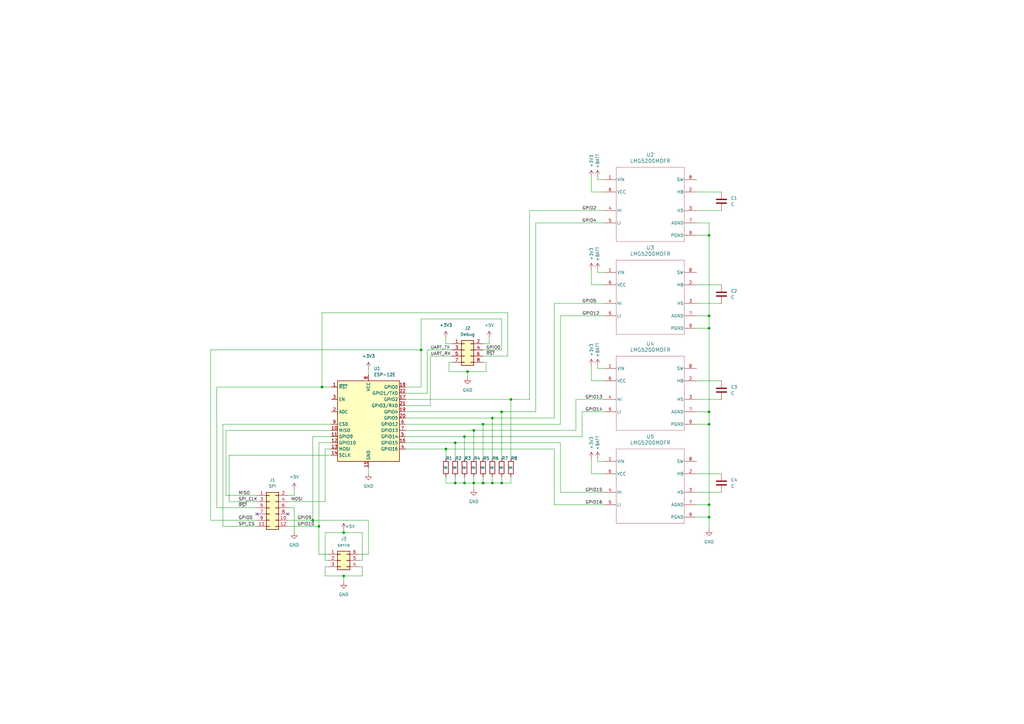
<source format=kicad_sch>
(kicad_sch (version 20230121) (generator eeschema)
  (paper "A3")
  (lib_symbols
    (symbol "Connector_Generic:Conn_02x03_Counter_Clockwise" (pin_names (offset 1.016) hide)
      (property "Reference" "J" (at 1.27 5.08 0))
      (property "Value" "Conn_02x03_Counter_Clockwise" (at 1.27 -5.08 0))
      (symbol "Conn_02x03_Counter_Clockwise_1_1"
        (rectangle (start -1.27 -2.413) (end 0 -2.667) (stroke (width 0.1524)))
        (rectangle (start -1.27 0.127) (end 0 -0.127) (stroke (width 0.1524)))
        (rectangle (start -1.27 2.667) (end 0 2.413) (stroke (width 0.1524)))
        (rectangle (start -1.27 3.81) (end 3.81 -3.81) (stroke (width 0.254)) (fill (type background)))
        (rectangle (start 3.81 -2.413) (end 2.54 -2.667) (stroke (width 0.1524)))
        (rectangle (start 3.81 0.127) (end 2.54 -0.127) (stroke (width 0.1524)))
        (rectangle (start 3.81 2.667) (end 2.54 2.413) (stroke (width 0.1524)))
        (pin passive line (at -5.08 2.54 0) (length 3.81) (name "Pin_1") (number "1"))
        (pin passive line (at -5.08 0 0) (length 3.81) (name "Pin_2") (number "2"))
        (pin passive line (at -5.08 -2.54 0) (length 3.81) (name "Pin_3") (number "3"))
        (pin passive line (at 7.62 -2.54 180) (length 3.81) (name "Pin_4") (number "4"))
        (pin passive line (at 7.62 0 180) (length 3.81) (name "Pin_5") (number "5"))
        (pin passive line (at 7.62 2.54 180) (length 3.81) (name "Pin_6") (number "6"))
      )
    )
    (symbol "Connector_Generic:Conn_02x04_Odd_Even" (pin_names (offset 1.016) hide)
      (property "Reference" "J" (at 1.27 5.08 0))
      (property "Value" "Conn_02x04_Odd_Even" (at 1.27 -7.62 0))
      (symbol "Conn_02x04_Odd_Even_1_1"
        (rectangle (start -1.27 -4.953) (end 0 -5.207) (stroke (width 0.1524)))
        (rectangle (start -1.27 -2.413) (end 0 -2.667) (stroke (width 0.1524)))
        (rectangle (start -1.27 0.127) (end 0 -0.127) (stroke (width 0.1524)))
        (rectangle (start -1.27 2.667) (end 0 2.413) (stroke (width 0.1524)))
        (rectangle (start -1.27 3.81) (end 3.81 -6.35) (stroke (width 0.254)) (fill (type background)))
        (rectangle (start 3.81 -4.953) (end 2.54 -5.207) (stroke (width 0.1524)))
        (rectangle (start 3.81 -2.413) (end 2.54 -2.667) (stroke (width 0.1524)))
        (rectangle (start 3.81 0.127) (end 2.54 -0.127) (stroke (width 0.1524)))
        (rectangle (start 3.81 2.667) (end 2.54 2.413) (stroke (width 0.1524)))
        (pin passive line (at -5.08 2.54 0) (length 3.81) (name "Pin_1") (number "1"))
        (pin passive line (at 7.62 2.54 180) (length 3.81) (name "Pin_2") (number "2"))
        (pin passive line (at -5.08 0 0) (length 3.81) (name "Pin_3") (number "3"))
        (pin passive line (at 7.62 0 180) (length 3.81) (name "Pin_4") (number "4"))
        (pin passive line (at -5.08 -2.54 0) (length 3.81) (name "Pin_5") (number "5"))
        (pin passive line (at 7.62 -2.54 180) (length 3.81) (name "Pin_6") (number "6"))
        (pin passive line (at -5.08 -5.08 0) (length 3.81) (name "Pin_7") (number "7"))
        (pin passive line (at 7.62 -5.08 180) (length 3.81) (name "Pin_8") (number "8"))
      )
    )
    (symbol "Connector_Generic:Conn_02x06_Odd_Even" (pin_names (offset 1.016) hide)
      (property "Reference" "J" (at 1.27 7.62 0))
      (property "Value" "Conn_02x06_Odd_Even" (at 1.27 -10.16 0))
      (symbol "Conn_02x06_Odd_Even_1_1"
        (rectangle (start -1.27 -7.493) (end 0 -7.747) (stroke (width 0.1524)))
        (rectangle (start -1.27 -4.953) (end 0 -5.207) (stroke (width 0.1524)))
        (rectangle (start -1.27 -2.413) (end 0 -2.667) (stroke (width 0.1524)))
        (rectangle (start -1.27 0.127) (end 0 -0.127) (stroke (width 0.1524)))
        (rectangle (start -1.27 2.667) (end 0 2.413) (stroke (width 0.1524)))
        (rectangle (start -1.27 5.207) (end 0 4.953) (stroke (width 0.1524)))
        (rectangle (start -1.27 6.35) (end 3.81 -8.89) (stroke (width 0.254)) (fill (type background)))
        (rectangle (start 3.81 -7.493) (end 2.54 -7.747) (stroke (width 0.1524)))
        (rectangle (start 3.81 -4.953) (end 2.54 -5.207) (stroke (width 0.1524)))
        (rectangle (start 3.81 -2.413) (end 2.54 -2.667) (stroke (width 0.1524)))
        (rectangle (start 3.81 0.127) (end 2.54 -0.127) (stroke (width 0.1524)))
        (rectangle (start 3.81 2.667) (end 2.54 2.413) (stroke (width 0.1524)))
        (rectangle (start 3.81 5.207) (end 2.54 4.953) (stroke (width 0.1524)))
        (pin passive line (at -5.08 5.08 0) (length 3.81) (name "Pin_1") (number "1"))
        (pin passive line (at 7.62 -5.08 180) (length 3.81) (name "Pin_10") (number "10"))
        (pin passive line (at -5.08 -7.62 0) (length 3.81) (name "Pin_11") (number "11"))
        (pin passive line (at 7.62 -7.62 180) (length 3.81) (name "Pin_12") (number "12"))
        (pin passive line (at 7.62 5.08 180) (length 3.81) (name "Pin_2") (number "2"))
        (pin passive line (at -5.08 2.54 0) (length 3.81) (name "Pin_3") (number "3"))
        (pin passive line (at 7.62 2.54 180) (length 3.81) (name "Pin_4") (number "4"))
        (pin passive line (at -5.08 0 0) (length 3.81) (name "Pin_5") (number "5"))
        (pin passive line (at 7.62 0 180) (length 3.81) (name "Pin_6") (number "6"))
        (pin passive line (at -5.08 -2.54 0) (length 3.81) (name "Pin_7") (number "7"))
        (pin passive line (at 7.62 -2.54 180) (length 3.81) (name "Pin_8") (number "8"))
        (pin passive line (at -5.08 -5.08 0) (length 3.81) (name "Pin_9") (number "9"))
      )
    )
    (symbol "Device:C" (pin_numbers hide) (pin_names (offset 0.254))
      (property "Reference" "C" (at 0.635 2.54 0))
      (property "Value" "C" (at 0.635 -2.54 0))
      (symbol "C_0_1"
        (polyline (pts (xy -2.032 -0.762) (xy 2.032 -0.762)) (stroke (width 0.508)))
        (polyline (pts (xy -2.032 0.762) (xy 2.032 0.762)) (stroke (width 0.508)))
      )
      (symbol "C_1_1"
        (pin passive line (at 0 3.81 270) (length 2.794) (name "~") (number "1"))
        (pin passive line (at 0 -3.81 90) (length 2.794) (name "~") (number "2"))
      )
    )
    (symbol "Device:R" (pin_numbers hide) (pin_names (offset 0))
      (property "Reference" "R" (at 2.032 0 90))
      (property "Value" "R" (at 0 0 90))
      (symbol "R_0_1"
        (rectangle (start -1.016 -2.54) (end 1.016 2.54) (stroke (width 0.254)))
      )
      (symbol "R_1_1"
        (pin passive line (at 0 3.81 270) (length 1.27) (name "~") (number "1"))
        (pin passive line (at 0 -3.81 90) (length 1.27) (name "~") (number "2"))
      )
    )
    (symbol "LMG5200:LMG5200MOFR" (pin_names (offset 0.254))
      (property "Reference" "U" (at 0 2.54 0))
      (property "Value" "LMG5200MOFR" (at 0 0 0))
      (symbol "LMG5200MOFR_0_1"
        (polyline (pts (xy -12.7 -15.24) (xy 15.24 -15.24)) (stroke (width 0.1016)))
        (polyline (pts (xy -12.7 15.24) (xy -12.7 -15.24)) (stroke (width 0.1016)))
        (polyline (pts (xy 15.24 -15.24) (xy 15.24 15.24)) (stroke (width 0.1016)))
        (polyline (pts (xy 15.24 15.24) (xy -12.7 15.24)) (stroke (width 0.1016)))
        (pin power_in line (at -17.78 10.16 0) (length 5.08) (name "VIN") (number "1"))
        (pin power_in line (at 20.32 5.08 180) (length 5.08) (name "HB") (number "2"))
        (pin power_in line (at 20.32 -2.54 180) (length 5.08) (name "HS") (number "3"))
        (pin input line (at -17.78 -2.54 0) (length 5.08) (name "HI") (number "4"))
        (pin input line (at -17.78 -7.62 0) (length 5.08) (name "LI") (number "5"))
        (pin power_in line (at -17.78 5.08 0) (length 5.08) (name "VCC") (number "6"))
        (pin power_in line (at 20.32 -7.62 180) (length 5.08) (name "AGND") (number "7"))
        (pin power_in line (at 20.32 10.16 180) (length 5.08) (name "SW") (number "8"))
        (pin power_in line (at 20.32 -12.7 180) (length 5.08) (name "PGND") (number "9"))
      )
    )
    (symbol "RF_Module:ESP-12E"
      (property "Reference" "U" (at -12.7 19.05 0))
      (property "Value" "ESP-12E" (at 12.7 19.05 0))
      (symbol "ESP-12E_0_1"
        (rectangle (start -12.7 17.78) (end 12.7 -15.24) (stroke (width 0.254)) (fill (type background)))
      )
      (symbol "ESP-12E_1_1"
        (pin input line (at -15.24 15.24 0) (length 2.54) (name "~{RST}") (number "1"))
        (pin bidirectional line (at -15.24 -2.54 0) (length 2.54) (name "MISO") (number "10"))
        (pin bidirectional line (at -15.24 -5.08 0) (length 2.54) (name "GPIO9") (number "11"))
        (pin bidirectional line (at -15.24 -7.62 0) (length 2.54) (name "GPIO10") (number "12"))
        (pin bidirectional line (at -15.24 -10.16 0) (length 2.54) (name "MOSI") (number "13"))
        (pin bidirectional line (at -15.24 -12.7 0) (length 2.54) (name "SCLK") (number "14"))
        (pin power_in line (at 0 -17.78 90) (length 2.54) (name "GND") (number "15"))
        (pin bidirectional line (at 15.24 -7.62 180) (length 2.54) (name "GPIO15") (number "16"))
        (pin bidirectional line (at 15.24 10.16 180) (length 2.54) (name "GPIO2") (number "17"))
        (pin bidirectional line (at 15.24 15.24 180) (length 2.54) (name "GPIO0") (number "18"))
        (pin bidirectional line (at 15.24 5.08 180) (length 2.54) (name "GPIO4") (number "19"))
        (pin input line (at -15.24 5.08 0) (length 2.54) (name "ADC") (number "2"))
        (pin bidirectional line (at 15.24 2.54 180) (length 2.54) (name "GPIO5") (number "20"))
        (pin bidirectional line (at 15.24 7.62 180) (length 2.54) (name "GPIO3/RXD") (number "21"))
        (pin bidirectional line (at 15.24 12.7 180) (length 2.54) (name "GPIO1/TXD") (number "22"))
        (pin input line (at -15.24 10.16 0) (length 2.54) (name "EN") (number "3"))
        (pin bidirectional line (at 15.24 -10.16 180) (length 2.54) (name "GPIO16") (number "4"))
        (pin bidirectional line (at 15.24 -5.08 180) (length 2.54) (name "GPIO14") (number "5"))
        (pin bidirectional line (at 15.24 0 180) (length 2.54) (name "GPIO12") (number "6"))
        (pin bidirectional line (at 15.24 -2.54 180) (length 2.54) (name "GPIO13") (number "7"))
        (pin power_in line (at 0 20.32 270) (length 2.54) (name "VCC") (number "8"))
        (pin input line (at -15.24 0 0) (length 2.54) (name "CS0") (number "9"))
      )
    )
    (symbol "power:+3V3" (power) (pin_names (offset 0))
      (property "Value" "+3V3" (at 0 3.556 0))
      (symbol "+3V3_0_1"
        (polyline (pts (xy -0.762 1.27) (xy 0 2.54)))
        (polyline (pts (xy 0 0) (xy 0 2.54)))
        (polyline (pts (xy 0 2.54) (xy 0.762 1.27)))
      )
      (symbol "+3V3_1_1"
        (pin power_in line (at 0 0 90) (length 0) hide (name "+3V3") (number "1"))
      )
    )
    (symbol "power:+5V" (power) (pin_names (offset 0))
      (property "Value" "+5V" (at 0 3.556 0))
      (symbol "+5V_0_1"
        (polyline (pts (xy -0.762 1.27) (xy 0 2.54)))
        (polyline (pts (xy 0 0) (xy 0 2.54)))
        (polyline (pts (xy 0 2.54) (xy 0.762 1.27)))
      )
      (symbol "+5V_1_1"
        (pin power_in line (at 0 0 90) (length 0) hide (name "+5V") (number "1"))
      )
    )
    (symbol "power:+BATT" (power) (pin_names (offset 0))
      (property "Value" "+BATT" (at 0 3.556 0))
      (symbol "+BATT_0_1"
        (polyline (pts (xy -0.762 1.27) (xy 0 2.54)))
        (polyline (pts (xy 0 0) (xy 0 2.54)))
        (polyline (pts (xy 0 2.54) (xy 0.762 1.27)))
      )
      (symbol "+BATT_1_1"
        (pin power_in line (at 0 0 90) (length 0) hide (name "+BATT") (number "1"))
      )
    )
    (symbol "power:GND" (power) (pin_names (offset 0))
      (property "Value" "GND" (at 0 -3.81 0))
      (symbol "GND_0_1"
        (polyline (pts (xy 0 0) (xy 0 -1.27) (xy 1.27 -1.27) (xy 0 -2.54) (xy -1.27 -1.27) (xy 0 -1.27)))
      )
      (symbol "GND_1_1"
        (pin power_in line (at 0 0 270) (length 0) hide (name "GND") (number "1"))
      )
    )
  )
  (junction (at 290.83 207.01))
  (junction (at 190.5 198.12))
  (junction (at 201.93 171.45))
  (junction (at 290.83 168.91))
  (junction (at 290.83 134.62))
  (junction (at 186.69 198.12))
  (junction (at 201.93 198.12))
  (junction (at 209.55 163.83))
  (junction (at 290.83 212.09))
  (junction (at 172.72 143.51))
  (junction (at 130.81 215.9))
  (junction (at 290.83 129.54))
  (junction (at 140.97 218.44))
  (junction (at 140.97 236.22))
  (junction (at 290.83 96.52))
  (junction (at 182.88 184.15))
  (junction (at 198.12 198.12))
  (junction (at 190.5 179.07))
  (junction (at 191.77 152.4))
  (junction (at 198.12 173.99))
  (junction (at 290.83 173.99))
  (junction (at 132.08 158.75))
  (junction (at 205.74 168.91))
  (junction (at 194.31 176.53))
  (junction (at 186.69 181.61))
  (junction (at 128.27 213.36))
  (junction (at 194.31 198.12))
  (junction (at 205.74 198.12))
  (no_connect (at 118.11 210.82))
  (no_connect (at 105.41 210.82))
  (wire (pts (xy 285.75 168.91) (xy 290.83 168.91)))
  (wire (pts (xy 88.9 208.28) (xy 88.9 158.75)))
  (wire (pts (xy 245.11 72.39) (xy 245.11 73.66)))
  (wire (pts (xy 285.75 173.99) (xy 290.83 173.99)))
  (wire (pts (xy 147.32 229.87) (xy 148.59 229.87)))
  (wire (pts (xy 133.35 229.87) (xy 134.62 229.87)))
  (wire (pts (xy 205.74 195.58) (xy 205.74 198.12)))
  (wire (pts (xy 140.97 236.22) (xy 140.97 238.76)))
  (wire (pts (xy 176.53 166.37) (xy 166.37 166.37)))
  (wire (pts (xy 175.26 143.51) (xy 175.26 161.29)))
  (wire (pts (xy 148.59 218.44) (xy 140.97 218.44)))
  (wire (pts (xy 120.65 218.44) (xy 120.65 208.28)))
  (wire (pts (xy 205.74 168.91) (xy 205.74 187.96)))
  (wire (pts (xy 130.81 181.61) (xy 130.81 215.9)))
  (wire (pts (xy 198.12 173.99) (xy 166.37 173.99)))
  (wire (pts (xy 135.89 173.99) (xy 91.44 173.99)))
  (wire (pts (xy 245.11 110.49) (xy 245.11 111.76)))
  (wire (pts (xy 105.41 203.2) (xy 92.71 203.2)))
  (wire (pts (xy 166.37 171.45) (xy 201.93 171.45)))
  (wire (pts (xy 194.31 198.12) (xy 198.12 198.12)))
  (wire (pts (xy 105.41 205.74) (xy 93.98 205.74)))
  (wire (pts (xy 245.11 189.23) (xy 247.65 189.23)))
  (wire (pts (xy 236.22 163.83) (xy 247.65 163.83)))
  (wire (pts (xy 182.88 195.58) (xy 182.88 198.12)))
  (wire (pts (xy 247.65 168.91) (xy 238.76 168.91)))
  (wire (pts (xy 135.89 181.61) (xy 130.81 181.61)))
  (wire (pts (xy 190.5 179.07) (xy 166.37 179.07)))
  (wire (pts (xy 88.9 158.75) (xy 132.08 158.75)))
  (wire (pts (xy 148.59 236.22) (xy 140.97 236.22)))
  (wire (pts (xy 285.75 116.84) (xy 295.91 116.84)))
  (wire (pts (xy 135.89 176.53) (xy 92.71 176.53)))
  (wire (pts (xy 227.33 207.01) (xy 227.33 184.15)))
  (wire (pts (xy 166.37 176.53) (xy 194.31 176.53)))
  (wire (pts (xy 201.93 171.45) (xy 201.93 187.96)))
  (wire (pts (xy 186.69 181.61) (xy 186.69 187.96)))
  (wire (pts (xy 176.53 146.05) (xy 176.53 166.37)))
  (wire (pts (xy 172.72 143.51) (xy 86.36 143.51)))
  (wire (pts (xy 175.26 143.51) (xy 185.42 143.51)))
  (wire (pts (xy 176.53 146.05) (xy 185.42 146.05)))
  (wire (pts (xy 245.11 151.13) (xy 247.65 151.13)))
  (wire (pts (xy 151.13 227.33) (xy 147.32 227.33)))
  (wire (pts (xy 199.39 152.4) (xy 199.39 148.59)))
  (wire (pts (xy 120.65 203.2) (xy 118.11 203.2)))
  (wire (pts (xy 182.88 184.15) (xy 182.88 187.96)))
  (wire (pts (xy 229.87 173.99) (xy 198.12 173.99)))
  (wire (pts (xy 148.59 236.22) (xy 148.59 232.41)))
  (wire (pts (xy 205.74 168.91) (xy 166.37 168.91)))
  (wire (pts (xy 209.55 163.83) (xy 209.55 187.96)))
  (wire (pts (xy 133.35 232.41) (xy 133.35 236.22)))
  (wire (pts (xy 236.22 176.53) (xy 236.22 163.83)))
  (wire (pts (xy 242.57 110.49) (xy 242.57 116.84)))
  (wire (pts (xy 242.57 72.39) (xy 242.57 78.74)))
  (wire (pts (xy 128.27 213.36) (xy 128.27 179.07)))
  (wire (pts (xy 290.83 212.09) (xy 290.83 217.17)))
  (wire (pts (xy 285.75 201.93) (xy 295.91 201.93)))
  (wire (pts (xy 219.71 168.91) (xy 205.74 168.91)))
  (wire (pts (xy 133.35 236.22) (xy 140.97 236.22)))
  (wire (pts (xy 227.33 184.15) (xy 182.88 184.15)))
  (wire (pts (xy 151.13 151.13) (xy 151.13 153.67)))
  (wire (pts (xy 290.83 207.01) (xy 290.83 212.09)))
  (wire (pts (xy 118.11 213.36) (xy 128.27 213.36)))
  (wire (pts (xy 182.88 198.12) (xy 186.69 198.12)))
  (wire (pts (xy 242.57 116.84) (xy 247.65 116.84)))
  (wire (pts (xy 148.59 229.87) (xy 148.59 218.44)))
  (wire (pts (xy 185.42 140.97) (xy 182.88 140.97)))
  (wire (pts (xy 135.89 158.75) (xy 132.08 158.75)))
  (wire (pts (xy 184.15 152.4) (xy 191.77 152.4)))
  (wire (pts (xy 247.65 207.01) (xy 227.33 207.01)))
  (wire (pts (xy 290.83 129.54) (xy 290.83 134.62)))
  (wire (pts (xy 186.69 181.61) (xy 229.87 181.61)))
  (wire (pts (xy 93.98 186.69) (xy 135.89 186.69)))
  (wire (pts (xy 93.98 205.74) (xy 93.98 186.69)))
  (wire (pts (xy 245.11 111.76) (xy 247.65 111.76)))
  (wire (pts (xy 201.93 195.58) (xy 201.93 198.12)))
  (wire (pts (xy 198.12 173.99) (xy 198.12 187.96)))
  (wire (pts (xy 198.12 143.51) (xy 205.74 143.51)))
  (wire (pts (xy 166.37 163.83) (xy 209.55 163.83)))
  (wire (pts (xy 172.72 158.75) (xy 172.72 143.51)))
  (wire (pts (xy 290.83 134.62) (xy 290.83 168.91)))
  (wire (pts (xy 227.33 171.45) (xy 227.33 124.46)))
  (wire (pts (xy 86.36 213.36) (xy 105.41 213.36)))
  (wire (pts (xy 285.75 129.54) (xy 290.83 129.54)))
  (wire (pts (xy 285.75 96.52) (xy 290.83 96.52)))
  (wire (pts (xy 190.5 179.07) (xy 190.5 187.96)))
  (wire (pts (xy 285.75 134.62) (xy 290.83 134.62)))
  (wire (pts (xy 242.57 187.96) (xy 242.57 194.31)))
  (wire (pts (xy 151.13 191.77) (xy 151.13 194.31)))
  (wire (pts (xy 184.15 148.59) (xy 184.15 152.4)))
  (wire (pts (xy 199.39 152.4) (xy 191.77 152.4)))
  (wire (pts (xy 227.33 124.46) (xy 247.65 124.46)))
  (wire (pts (xy 201.93 198.12) (xy 205.74 198.12)))
  (wire (pts (xy 120.65 208.28) (xy 118.11 208.28)))
  (wire (pts (xy 201.93 171.45) (xy 227.33 171.45)))
  (wire (pts (xy 208.28 128.27) (xy 208.28 146.05)))
  (wire (pts (xy 285.75 91.44) (xy 290.83 91.44)))
  (wire (pts (xy 285.75 78.74) (xy 295.91 78.74)))
  (wire (pts (xy 209.55 198.12) (xy 209.55 195.58)))
  (wire (pts (xy 182.88 138.43) (xy 182.88 140.97)))
  (wire (pts (xy 194.31 176.53) (xy 236.22 176.53)))
  (wire (pts (xy 219.71 91.44) (xy 219.71 168.91)))
  (wire (pts (xy 140.97 217.17) (xy 140.97 218.44)))
  (wire (pts (xy 245.11 73.66) (xy 247.65 73.66)))
  (wire (pts (xy 166.37 181.61) (xy 186.69 181.61)))
  (wire (pts (xy 208.28 128.27) (xy 132.08 128.27)))
  (wire (pts (xy 91.44 173.99) (xy 91.44 215.9)))
  (wire (pts (xy 229.87 181.61) (xy 229.87 201.93)))
  (wire (pts (xy 128.27 179.07) (xy 135.89 179.07)))
  (wire (pts (xy 245.11 187.96) (xy 245.11 189.23)))
  (wire (pts (xy 238.76 179.07) (xy 190.5 179.07)))
  (wire (pts (xy 186.69 198.12) (xy 190.5 198.12)))
  (wire (pts (xy 200.66 140.97) (xy 198.12 140.97)))
  (wire (pts (xy 198.12 195.58) (xy 198.12 198.12)))
  (wire (pts (xy 172.72 130.81) (xy 172.72 143.51)))
  (wire (pts (xy 190.5 195.58) (xy 190.5 198.12)))
  (wire (pts (xy 242.57 149.86) (xy 242.57 156.21)))
  (wire (pts (xy 217.17 86.36) (xy 247.65 86.36)))
  (wire (pts (xy 190.5 198.12) (xy 194.31 198.12)))
  (wire (pts (xy 92.71 176.53) (xy 92.71 203.2)))
  (wire (pts (xy 172.72 158.75) (xy 166.37 158.75)))
  (wire (pts (xy 140.97 218.44) (xy 133.35 218.44)))
  (wire (pts (xy 194.31 198.12) (xy 194.31 200.66)))
  (wire (pts (xy 105.41 208.28) (xy 88.9 208.28)))
  (wire (pts (xy 118.11 205.74) (xy 133.35 205.74)))
  (wire (pts (xy 120.65 200.66) (xy 120.65 203.2)))
  (wire (pts (xy 205.74 130.81) (xy 172.72 130.81)))
  (wire (pts (xy 242.57 78.74) (xy 247.65 78.74)))
  (wire (pts (xy 290.83 173.99) (xy 290.83 207.01)))
  (wire (pts (xy 91.44 215.9) (xy 105.41 215.9)))
  (wire (pts (xy 134.62 227.33) (xy 130.81 227.33)))
  (wire (pts (xy 128.27 213.36) (xy 151.13 213.36)))
  (wire (pts (xy 205.74 198.12) (xy 209.55 198.12)))
  (wire (pts (xy 247.65 91.44) (xy 219.71 91.44)))
  (wire (pts (xy 208.28 146.05) (xy 198.12 146.05)))
  (wire (pts (xy 285.75 163.83) (xy 295.91 163.83)))
  (wire (pts (xy 198.12 198.12) (xy 201.93 198.12)))
  (wire (pts (xy 182.88 184.15) (xy 166.37 184.15)))
  (wire (pts (xy 217.17 163.83) (xy 217.17 86.36)))
  (wire (pts (xy 285.75 124.46) (xy 295.91 124.46)))
  (wire (pts (xy 205.74 143.51) (xy 205.74 130.81)))
  (wire (pts (xy 147.32 232.41) (xy 148.59 232.41)))
  (wire (pts (xy 290.83 91.44) (xy 290.83 96.52)))
  (wire (pts (xy 151.13 213.36) (xy 151.13 227.33)))
  (wire (pts (xy 247.65 129.54) (xy 229.87 129.54)))
  (wire (pts (xy 132.08 128.27) (xy 132.08 158.75)))
  (wire (pts (xy 285.75 207.01) (xy 290.83 207.01)))
  (wire (pts (xy 285.75 212.09) (xy 290.83 212.09)))
  (wire (pts (xy 184.15 148.59) (xy 185.42 148.59)))
  (wire (pts (xy 290.83 168.91) (xy 290.83 173.99)))
  (wire (pts (xy 242.57 194.31) (xy 247.65 194.31)))
  (wire (pts (xy 242.57 156.21) (xy 247.65 156.21)))
  (wire (pts (xy 238.76 168.91) (xy 238.76 179.07)))
  (wire (pts (xy 191.77 152.4) (xy 191.77 154.94)))
  (wire (pts (xy 285.75 156.21) (xy 295.91 156.21)))
  (wire (pts (xy 285.75 194.31) (xy 295.91 194.31)))
  (wire (pts (xy 245.11 149.86) (xy 245.11 151.13)))
  (wire (pts (xy 229.87 129.54) (xy 229.87 173.99)))
  (wire (pts (xy 285.75 86.36) (xy 295.91 86.36)))
  (wire (pts (xy 133.35 184.15) (xy 135.89 184.15)))
  (wire (pts (xy 186.69 195.58) (xy 186.69 198.12)))
  (wire (pts (xy 133.35 218.44) (xy 133.35 229.87)))
  (wire (pts (xy 130.81 227.33) (xy 130.81 215.9)))
  (wire (pts (xy 133.35 205.74) (xy 133.35 184.15)))
  (wire (pts (xy 200.66 138.43) (xy 200.66 140.97)))
  (wire (pts (xy 199.39 148.59) (xy 198.12 148.59)))
  (wire (pts (xy 130.81 215.9) (xy 118.11 215.9)))
  (wire (pts (xy 194.31 195.58) (xy 194.31 198.12)))
  (wire (pts (xy 194.31 176.53) (xy 194.31 187.96)))
  (wire (pts (xy 166.37 161.29) (xy 175.26 161.29)))
  (wire (pts (xy 133.35 232.41) (xy 134.62 232.41)))
  (wire (pts (xy 229.87 201.93) (xy 247.65 201.93)))
  (wire (pts (xy 290.83 96.52) (xy 290.83 129.54)))
  (wire (pts (xy 86.36 143.51) (xy 86.36 213.36)))
  (wire (pts (xy 209.55 163.83) (xy 217.17 163.83)))
  (label "SPI_CS" (at 97.79 215.9 0))
  (label "GPIO14" (at 240.03 168.91 0))
  (label "~{RST}" (at 199.39 146.05 0))
  (label "UART_RX" (at 176.53 146.05 0))
  (label "MOSI" (at 119.38 205.74 0))
  (label "GPIO5" (at 238.76 124.46 0))
  (label "GPIO15" (at 240.03 201.93 0))
  (label "GPIO12" (at 238.7909 129.54 0))
  (label "GPIO13" (at 240.03 163.83 0))
  (label "UART_TX" (at 176.53 143.51 0))
  (label "SPI_CLK" (at 97.79 205.74 0))
  (label "GPIO16" (at 240.03 207.01 0))
  (label "GPIO2" (at 238.76 86.36 0))
  (label "~{RST}" (at 97.79 208.28 0))
  (label "MISO" (at 97.79 203.2 0))
  (label "GPIO4" (at 238.76 91.44 0))
  (label "GPIO9" (at 121.92 213.36 0))
  (label "GPIO10" (at 121.92 215.9 0))
  (label "GPIO0" (at 199.39 143.51 0))
  (label "GPIO0" (at 97.79 213.36 0))
  (symbol (lib_id "power:+3V3") (at 182.88 138.43 0) (unit 1)
    (property "Reference" "#PWR05" (effects hide))
    (property "Value" "+3V3" (at 182.88 133.35 0))
  )
  (symbol (lib_id "Device:R") (at 182.88 191.77 0) (unit 1)
    (property "Reference" "R1" (at 182.88 187.96 0) (effects (justify left)))
    (property "Value" "R" (at 182.88 191.77 90))
  )
  (symbol (lib_id "power:GND") (at 120.65 218.44 0) (unit 1)
    (property "Reference" "#PWR02" (effects hide))
    (property "Value" "GND" (at 120.65 223.52 0))
  )
  (symbol (lib_id "power:+3V3") (at 242.57 149.86 0) (unit 1)
    (property "Reference" "#PWR011" (effects hide))
    (property "Value" "+3V3" (at 242.57 143.51 90))
  )
  (symbol (lib_id "power:+BATT") (at 245.11 149.86 0) (unit 1)
    (property "Reference" "#PWR015" (effects hide))
    (property "Value" "+BATT" (at 245.11 143.51 90))
  )
  (symbol (lib_id "Device:C") (at 295.91 160.02 0) (unit 1)
    (property "Reference" "C3" (at 299.72 158.75 0) (effects (justify left)))
    (property "Value" "C" (at 299.72 161.29 0) (effects (justify left)))
  )
  (symbol (lib_id "Device:R") (at 205.74 191.77 0) (unit 1)
    (property "Reference" "R7" (at 205.74 187.96 0) (effects (justify left)))
    (property "Value" "R" (at 205.74 191.77 90))
  )
  (symbol (lib_id "power:GND") (at 151.13 194.31 0) (unit 1)
    (property "Reference" "#PWR04" (effects hide))
    (property "Value" "GND" (at 151.13 199.39 0))
  )
  (symbol (lib_id "Device:C") (at 295.91 82.55 0) (unit 1)
    (property "Reference" "C1" (at 299.72 81.28 0) (effects (justify left)))
    (property "Value" "C" (at 299.72 83.82 0) (effects (justify left)))
  )
  (symbol (lib_id "power:GND") (at 140.97 238.76 0) (mirror y) (unit 1)
    (property "Reference" "#PWR018" (effects hide))
    (property "Value" "GND" (at 140.97 243.84 0))
  )
  (symbol (lib_id "power:GND") (at 194.31 200.66 0) (unit 1)
    (property "Reference" "#PWR07" (effects hide))
    (property "Value" "GND" (at 194.31 205.74 0))
  )
  (symbol (lib_id "LMG5200:LMG5200MOFR") (at 265.43 121.92 0) (unit 1)
    (property "Reference" "U3" (at 266.7 101.6 0) (effects (font (size 1.524 1.524))))
    (property "Value" "LMG5200MOFR" (at 266.7 104.14 0) (effects (font (size 1.524 1.524))))
    (property "Footprint" "MOF0009A" (effects hide))
    (property "Datasheet" "LMG5200MOFR" (effects hide))
  )
  (symbol (lib_id "Device:R") (at 198.12 191.77 0) (unit 1)
    (property "Reference" "R5" (at 198.12 187.96 0) (effects (justify left)))
    (property "Value" "R" (at 198.12 191.77 90))
  )
  (symbol (lib_id "LMG5200:LMG5200MOFR") (at 265.43 161.29 0) (unit 1)
    (property "Reference" "U4" (at 266.7 140.97 0) (effects (font (size 1.524 1.524))))
    (property "Value" "LMG5200MOFR" (at 266.7 143.51 0) (effects (font (size 1.524 1.524))))
    (property "Footprint" "MOF0009A" (effects hide))
    (property "Datasheet" "LMG5200MOFR" (effects hide))
  )
  (symbol (lib_id "power:+BATT") (at 245.11 72.39 0) (unit 1)
    (property "Reference" "#PWR013" (effects hide))
    (property "Value" "+BATT" (at 245.11 66.04 90))
  )
  (symbol (lib_id "power:+3V3") (at 242.57 187.96 0) (unit 1)
    (property "Reference" "#PWR012" (effects hide))
    (property "Value" "+3V3" (at 242.57 181.61 90))
  )
  (symbol (lib_id "Connector_Generic:Conn_02x06_Odd_Even") (at 110.49 208.28 0) (unit 1)
    (property "Reference" "J1" (at 111.76 196.85 0))
    (property "Value" "SPI" (at 111.76 199.39 0))
    (property "Footprint" "Connector_PinHeader_2.54mm:PinHeader_2x06_P2.54mm_Vertical" (effects hide))
  )
  (symbol (lib_id "power:GND") (at 191.77 154.94 0) (mirror y) (unit 1)
    (property "Reference" "#PWR06" (effects hide))
    (property "Value" "GND" (at 191.77 160.02 0))
  )
  (symbol (lib_id "RF_Module:ESP-12E") (at 151.13 173.99 0) (unit 1)
    (property "Reference" "U1" (at 153.3241 151.13 0) (effects (justify left)))
    (property "Value" "ESP-12E" (at 153.3241 153.67 0) (effects (justify left)))
    (property "Footprint" "RF_Module:ESP-12E" (effects hide))
    (property "Datasheet" "http://wiki.ai-thinker.com/_media/esp8266/esp8266_series_modules_user_manual_v1.1.pdf" (effects hide))
  )
  (symbol (lib_id "Device:R") (at 186.69 191.77 0) (unit 1)
    (property "Reference" "R2" (at 186.69 187.96 0) (effects (justify left)))
    (property "Value" "R" (at 186.69 191.77 90))
  )
  (symbol (lib_id "Connector_Generic:Conn_02x04_Odd_Even") (at 190.5 143.51 0) (unit 1)
    (property "Reference" "J2" (at 191.77 134.62 0))
    (property "Value" "Debug" (at 191.77 137.16 0))
    (property "Footprint" "Connector_PinHeader_2.54mm:PinHeader_2x04_P2.54mm_Vertical" (effects hide))
  )
  (symbol (lib_id "power:+BATT") (at 245.11 110.49 0) (unit 1)
    (property "Reference" "#PWR014" (effects hide))
    (property "Value" "+BATT" (at 245.11 104.14 90))
  )
  (symbol (lib_id "Device:R") (at 194.31 191.77 0) (unit 1)
    (property "Reference" "R4" (at 194.31 187.96 0) (effects (justify left)))
    (property "Value" "R" (at 194.31 191.77 90))
  )
  (symbol (lib_id "Device:R") (at 201.93 191.77 0) (unit 1)
    (property "Reference" "R6" (at 201.93 187.96 0) (effects (justify left)))
    (property "Value" "R" (at 201.93 191.77 90))
  )
  (symbol (lib_id "LMG5200:LMG5200MOFR") (at 265.43 199.39 0) (unit 1)
    (property "Reference" "U5" (at 266.7 179.07 0) (effects (font (size 1.524 1.524))))
    (property "Value" "LMG5200MOFR" (at 266.7 181.61 0) (effects (font (size 1.524 1.524))))
    (property "Footprint" "MOF0009A" (effects hide))
    (property "Datasheet" "LMG5200MOFR" (effects hide))
  )
  (symbol (lib_id "Device:R") (at 209.55 191.77 0) (unit 1)
    (property "Reference" "R8" (at 209.55 187.96 0) (effects (justify left)))
    (property "Value" "R" (at 209.55 191.77 90))
  )
  (symbol (lib_id "power:+5V") (at 120.65 200.66 0) (unit 1)
    (property "Reference" "#PWR01" (effects hide))
    (property "Value" "+5V" (at 120.65 195.58 0))
  )
  (symbol (lib_id "power:GND") (at 290.83 217.17 0) (unit 1)
    (property "Reference" "#PWR017" (effects hide))
    (property "Value" "GND" (at 290.83 222.25 0))
  )
  (symbol (lib_id "power:+BATT") (at 245.11 187.96 0) (unit 1)
    (property "Reference" "#PWR016" (effects hide))
    (property "Value" "+BATT" (at 245.11 181.61 90))
  )
  (symbol (lib_id "Device:C") (at 295.91 198.12 0) (unit 1)
    (property "Reference" "C4" (at 299.72 196.85 0) (effects (justify left)))
    (property "Value" "C" (at 299.72 199.39 0) (effects (justify left)))
  )
  (symbol (lib_id "power:+3V3") (at 242.57 110.49 0) (unit 1)
    (property "Reference" "#PWR010" (effects hide))
    (property "Value" "+3V3" (at 242.57 104.14 90))
  )
  (symbol (lib_id "Device:C") (at 295.91 120.65 0) (unit 1)
    (property "Reference" "C2" (at 299.72 119.38 0) (effects (justify left)))
    (property "Value" "C" (at 299.72 121.92 0) (effects (justify left)))
  )
  (symbol (lib_id "power:+5V") (at 140.97 217.17 0) (unit 1)
    (property "Reference" "#PWR019" (effects hide))
    (property "Value" "+5V" (at 143.51 215.9 0))
  )
  (symbol (lib_id "LMG5200:LMG5200MOFR") (at 265.43 83.82 0) (unit 1)
    (property "Reference" "U2" (at 266.7 63.5 0) (effects (font (size 1.524 1.524))))
    (property "Value" "LMG5200MOFR" (at 266.7 66.04 0) (effects (font (size 1.524 1.524))))
    (property "Footprint" "MOF0009A" (effects hide))
    (property "Datasheet" "LMG5200MOFR" (effects hide))
  )
  (symbol (lib_id "Device:R") (at 190.5 191.77 0) (unit 1)
    (property "Reference" "R3" (at 190.5 187.96 0) (effects (justify left)))
    (property "Value" "R" (at 190.5 191.77 90))
  )
  (symbol (lib_id "power:+5V") (at 200.66 138.43 0) (unit 1)
    (property "Reference" "#PWR08" (effects hide))
    (property "Value" "+5V" (at 200.66 133.35 0))
  )
  (symbol (lib_id "power:+3V3") (at 242.57 72.39 0) (unit 1)
    (property "Reference" "#PWR09" (effects hide))
    (property "Value" "+3V3" (at 242.57 66.04 90))
  )
  (symbol (lib_id "power:+3V3") (at 151.13 151.13 0) (unit 1)
    (property "Reference" "#PWR03" (effects hide))
    (property "Value" "+3V3" (at 151.13 146.05 0))
  )
  (symbol (lib_id "Connector_Generic:Conn_02x03_Counter_Clockwise") (at 139.7 229.87 0) (unit 1)
    (property "Reference" "J3" (at 140.97 220.98 0))
    (property "Value" "servo" (at 140.97 223.52 0))
  )
)
</source>
